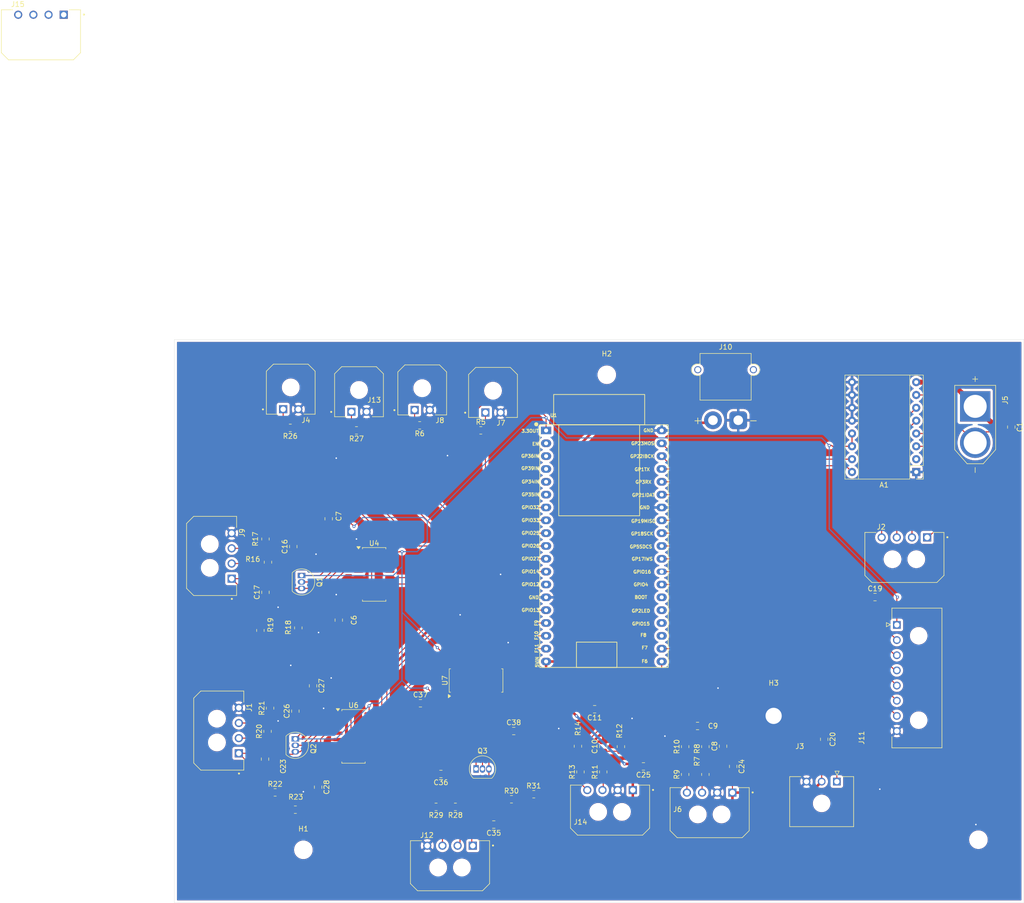
<source format=kicad_pcb>
(kicad_pcb (version 20241229) (generator "pcbnew") (generator_version "9.0")
  (layers (0 "F.Cu" signal) (2 "B.Cu" signal) (13 "F.Paste" user) (15 "B.Paste" user) (5 "F.SilkS" user "F.Silkscreen") (7 "B.SilkS" user "B.Silkscreen") (1 "F.Mask" user) (3 "B.Mask" user) (25 "Edge.Cuts" user))
  (net 0 "")
  (net 1 "+3.3V")
  (net 2 "GND")
  (net 3 "/Dir1")
  (net 4 "Net-(A1-B1)")
  (net 6 "Net-(A1-A2)")
  (net 7 "/Step1")
  (net 8 "+12V")
  (net 9 "Net-(A1-B2)")
  (net 10 "Net-(A1-A1)")
  (net 11 "Net-(U4-VBG)")
  (net 12 "/ENC1A")
  (net 13 "/ENC1B")
  (net 14 "/ENC2A")
  (net 15 "/ENC2B")
  (net 16 "+5P")
  (net 17 "Net-(U4-INA-)")
  (net 18 "Net-(U4-INA+)")
  (net 19 "Net-(Q1-C)")
  (net 20 "Net-(Q2-C)")
  (net 21 "Net-(U6-INA-)")
  (net 22 "Net-(U6-INA+)")
  (net 23 "Net-(U6-VBG)")
  (net 24 "Net-(Q3-C)")
  (net 25 "Net-(U7-INA-)")
  (net 26 "Net-(U7-INA+)")
  (net 27 "Net-(U7-VBG)")
  (net 28 "Net-(J1-Pad2)")
  (net 29 "Net-(J1-Pad3)")
  (net 30 "/Servo1")
  (net 31 "/LS4")
  (net 32 "Net-(J6-Pad4)")
  (net 33 "Net-(J6-Pad3)")
  (net 34 "/LS1")
  (net 35 "/LS2")
  (net 36 "Net-(J9-Pad3)")
  (net 37 "Net-(J9-Pad2)")
  (net 38 "/M1IB")
  (net 39 "/M2IA")
  (net 40 "/M2P")
  (net 41 "/M2IB")
  (net 42 "/M1P")
  (net 43 "/M1IA")
  (net 44 "Net-(J12-Pad2)")
  (net 45 "Net-(J12-Pad3)")
  (net 46 "/LS3")
  (net 47 "Net-(J14-Pad3)")
  (net 48 "Net-(J14-Pad4)")
  (net 49 "Net-(Q1-B)")
  (net 50 "Net-(Q2-B)")
  (net 51 "Net-(Q3-B)")
  (net 52 "Net-(U4-VFB)")
  (net 53 "Net-(U6-VFB)")
  (net 54 "Net-(U7-VFB)")
  (net 55 "/LC3CLK")
  (net 60 "/LC1CLK")
  (net 67 "/LC3DT")
  (net 68 "/LC2CLK")
  (net 69 "/LC2DT")
  (net 70 "/LC1DT")
  (footprint "436500200:MOLEX_436500200" (layer "F.Cu") (at 83.5 75.5 180)
    (property "Reference" "J8")
    (property "Value" "Conn_01x02")
  )
  (footprint "Resistor_SMD:R_0805_2012Metric" (layer "F.Cu") (at 122.8 146.0875 90)
    (property "Reference" "R12")
    (property "Value" "3K3")
  )
  (footprint "Capacitor_SMD:C_0805_2012Metric" (layer "F.Cu") (at 87.2 151.5 180)
    (property "Reference" "C36")
    (property "Value" "0.1uF")
  )
  (footprint "Resistor_SMD:R_0805_2012Metric" (layer "F.Cu") (at 52.5 105 90)
    (property "Reference" "R17")
    (property "Value" "100")
  )
  (footprint "Capacitor_SMD:C_0805_2012Metric" (layer "F.Cu") (at 65 101 -90)
    (property "Reference" "C7")
    (property "Value" "10uF")
  )
  (footprint "Resistor_SMD:R_0805_2012Metric" (layer "F.Cu") (at 53 109.5875 90)
    (property "Reference" "R16")
    (property "Value" "100")
  )
  (footprint "Resistor_SMD:R_0805_2012Metric" (layer "F.Cu") (at 95.0875 83.5)
    (property "Reference" "R5")
    (property "Value" "10k")
  )
  (footprint "Capacitor_SMD:C_0805_2012Metric" (layer "F.Cu") (at 58.4125 139.055 90)
    (property "Reference" "C26")
    (property "Value" "0.1uF")
  )
  (footprint "Resistor_SMD:R_0805_2012Metric" (layer "F.Cu") (at 105.5625 155.5)
    (property "Reference" "R31")
    (property "Value" "470")
  )
  (footprint "Resistor_SMD:R_0805_2012Metric" (layer "F.Cu") (at 101.15 156.5)
    (property "Reference" "R30")
    (property "Value" "220")
  )
  (footprint "MountingHole:MountingHole_3.2mm_M3" (layer "F.Cu") (at 60 166.5)
    (property "Reference" "H1")
    (property "Value" "MountingHole")
  )
  (footprint "Capacitor_SMD:C_0805_2012Metric" (layer "F.Cu") (at 67 121.05 -90)
    (property "Reference" "C6")
    (property "Value" "0.1u")
  )
  (footprint "Package_TO_SOT_THT:TO-92_Inline" (layer "F.Cu") (at 59.64 112.23 -90)
    (property "Reference" "Q1")
    (property "Value" "S8550")
  )
  (footprint "43650-0400:MOLEX_43650-0400" (layer "F.Cu") (at 120.65 158.65)
    (property "Reference" "J14")
    (property "Value" "Conn_01x04")
  )
  (footprint "43650-0400:MOLEX_43650-0400" (layer "F.Cu") (at 41.85 108.35 -90)
    (property "Reference" "J9")
    (property "Value" "Conn_01x04")
  )
  (footprint "43650-0400:MOLEX_43650-0400" (layer "F.Cu") (at 178.86 108.65)
    (property "Reference" "J2")
    (property "Value" "Conn_01x04")
  )
  (footprint "Resistor_SMD:R_0805_2012Metric" (layer "F.Cu") (at 83 82.5 180)
    (property "Reference" "R6")
    (property "Value" "10k")
  )
  (footprint "43650-0400:MOLEX_43650-0400" (layer "F.Cu") (at 43.2625 142.905 -90)
    (property "Reference" "J1")
    (property "Value" "Conn_01x04")
  )
  (footprint "Capacitor_SMD:C_0805_2012Metric" (layer "F.Cu") (at 52.4125 148.555 90)
    (property "Reference" "C23")
    (property "Value" "10uF")
  )
  (footprint "Package_SO:SOP-16_4.4x10.4mm_P1.27mm" (layer "F.Cu") (at 74 112)
    (property "Reference" "U4")
    (property "Value" "HX711")
  )
  (footprint "436500200:MOLEX_436500200" (layer "F.Cu") (at 71 75.85 180)
    (property "Reference" "J13")
    (property "Value" "Conn_01x02")
  )
  (footprint "Z:Z_ESP32_DevKitC_38pin_socket" (layer "F.Cu") (at 108 83.52)
    (property "Reference" "U1")
    (property "Value" "~")
  )
  (footprint "436500200:MOLEX_436500200" (layer "F.Cu") (at 97.5 76 180)
    (property "Reference" "J7")
    (property "Value" "Conn_01x02")
  )
  (footprint "436500800:MOLEX_436500800" (layer "F.Cu") (at 177.36575 122 90)
    (property "Reference" "J11")
    (property "Value" "Conn_01x08")
  )
  (footprint "Resistor_SMD:R_0805_2012Metric" (layer "F.Cu") (at 114.8 151.0875 90)
    (property "Reference" "R13")
    (property "Value" "1K7")
  )
  (footprint "Capacitor_SMD:C_0805_2012Metric" (layer "F.Cu") (at 101.6 143)
    (property "Reference" "C38")
    (property "Value" "0.1u")
  )
  (footprint "Capacitor_SMD:C_0805_2012Metric" (layer "F.Cu") (at 127.25 150 180)
    (property "Reference" "C25")
    (property "Value" "10uF")
  )
  (footprint "Capacitor_SMD:C_0805_2012Metric" (layer "F.Cu") (at 119.3 146.05 90)
    (property "Reference" "C10")
    (property "Value" "10n")
  )
  (footprint "Capacitor_SMD:C_0805_2012Metric" (layer "F.Cu") (at 143 146 90)
    (property "Reference" "C8")
    (property "Value" "10n")
  )
  (footprint "Resistor_SMD:R_0805_2012Metric" (layer "F.Cu") (at 86.2375 158 180)
    (property "Reference" "R29")
    (property "Value" "100")
  )
  (footprint "Resistor_SMD:R_0805_2012Metric" (layer "F.Cu") (at 52.9125 143.055 90)
    (property "Reference" "R20")
    (property "Value" "100")
  )
  (footprint "Resistor_SMD:R_0805_2012Metric" (layer "F.Cu") (at 57.4125 83 180)
    (property "Reference" "R26")
    (property "Value" "10k")
  )
  (footprint "Capacitor_SMD:C_0805_2012Metric" (layer "F.Cu") (at 137.95 142 180)
    (property "Reference" "C9")
    (property "Value" "10n")
  )
  (footprint "Resistor_SMD:R_0805_2012Metric" (layer "F.Cu") (at 70.5 83.5 180)
    (property "Reference" "R27")
    (property "Value" "10k")
  )
  (footprint "Package_TO_SOT_THT:TO-92_Inline" (layer "F.Cu") (at 94.15 150.5)
    (property "Reference" "Q3")
    (property "Value" "S8550")
  )
  (footprint "Resistor_SMD:R_0805_2012Metric" (layer "F.Cu") (at 54.4125 155.1425)
    (property "Reference" "R22")
    (property "Value" "220")
  )
  (footprint "43650-0400:MOLEX_43650-0400" (layer "F.Cu") (at 140.35 159.15)
    (property "Reference" "J6")
    (property "Value" "Conn_01x04")
  )
  (footprint "Capacitor_SMD:C_0805_2012Metric" (layer "F.Cu") (at 163 144.63425 -90)
    (property "Reference" "C20")
    (property "Value" "10uF")
  )
  (footprint "Capacitor_SMD:C_0805_2012Metric" (layer "F.Cu") (at 83.15 137.5)
    (property "Reference" "C37")
    (property "Value" "10uF")
  )
  (footprint "436500300:MOLEX_436500300" (layer "F.Cu") (at 165.5 153)
    (property "Reference" "J3")
    (property "Value" "Conn_01x03")
  )
  (footprint "XT60-M:AMASS_XT60-M" (layer "F.Cu") (at 192.86 82.35 -90)
    (property "Reference" "J5")
    (property "Value" "XT60-M")
  )
  (footprint "Capacitor_SMD:C_0805_2012Metric" (layer "F.Cu") (at 52.5 115.55 90)
    (property "Reference" "C17")
    (property "Value" "10uF")
  )
  (footprint "Resistor_SMD:R_0805_2012Metric" (layer "F.Cu") (at 90.0625 158 180)
    (property "Reference" "R28")
    (property "Value" "100")
  )
  (footprint "Package_SO:SOP-16_4.4x10.4mm_P1.27mm" (layer "F.Cu") (at 94.15 133 90)
    (property "Reference" "U7")
    (property "Value" "HX711")
  )
  (footprint "Module:Pololu_Breakout-16_15.2x20.3mm" (layer "F.Cu") (at 181.2 91.74 180)
    (property "Reference" "A1")
    (property "Value" "Pololu_Breakout_DRV8825")
  )
  (footprint "Package_TO_SOT_THT:TO-92_Inline" (layer "F.Cu") (at 58.4125 144.555 -90)
    (property "Reference" "Q2")
    (property "Value" "S8550")
  )
  (footprint "Connector_AMASS:AMASS_XT30PW-M_1x02_P2.50mm_Horizontal" (layer "F.Cu") (at 146 81.5)
    (property "Reference" "J10")
    (property "Value" "Conn_01x02")
  )
  (footprint "Capacitor_SMD:C_0805_2012Metric" (layer "F.Cu") (at 200 82.85 -90)
    (property "Reference" "C1")
    (property "Value" "100uF")
  )
  (footprint "Package_SO:SOP-16_4.4x10.4mm_P1.27mm" (layer "F.Cu") (at 69.9125 144.055)
    (property "Reference" "U6")
    (property "Value" "HX711")
  )
  (footprint "Resistor_SMD:R_0805_2012Metric" (layer "F.Cu") (at 58.4125 158.555)
    (property "Reference" "R23")
    (property "Value" "470")
  )
  (footprint "Resistor_SMD:R_0805_2012Metric" (layer "F.Cu") (at 53.4125 138.4675 90)
    (property "Reference" "R21")
    (property "Value" "100")
  )
  (footprint "Resistor_SMD:R_0805_2012Metric" (layer "F.Cu") (at 51.5 123.0875 -90)
    (property "Reference" "R19")
    (property "Value" "220")
  )
  (footprint "Resistor_SMD:R_0805_2012Metric" (layer "F.Cu") (at 139.5 151.5875 90)
    (property "Reference" "R7")
    (property "Value" "1K7")
  )
  (footprint "436500200:MOLEX_436500200" (layer "F.Cu") (at 57.5 75.35 180)
    (property "Reference" "J4")
    (property "Value" "Conn_01x02")
  )
  (footprint "Resistor_SMD:R_0805_2012Metric" (layer "F.Cu") (at 114.3 146 90)
    (property "Reference" "R14")
    (property "Value" "3K3")
  )
  (footprint "Capacitor_SMD:C_0805_2012Metric" (layer "F.Cu") (at 145 150 -90)
    (property "Reference" "C24")
    (property "Value" "10uF")
  )
  (footprint "Capacitor_SMD:C_0805_2012Metric" (layer "F.Cu") (at 117.6 138.68 180)
    (property "Reference" "C11")
    (property "Value" "10n")
  )
  (footprint "Capacitor_SMD:C_0805_2012Metric" (layer "F.Cu") (at 61.9125 134.055 -90)
    (property "Reference" "C27")
    (property "Value" "10uF")
  )
  (footprint "43650-0400:MOLEX_43650-0400" (layer "F.Cu") (at 89 169.65)
    (property "Reference" "J12")
    (property "Value" "Conn_01x04")
  )
  (footprint "Capacitor_SMD:C_0805_2012Metric" (layer "F.Cu") (at 173.05 116.5)
    (property "Reference" "C19")
    (property "Value" "10uF")
  )
  (footprint "Resistor_SMD:R_0805_2012Metric" (layer "F.Cu") (at 135.5 146.0875 90)
    (property "Reference" "R10")
    (property "Value" "3K3")
  )
  (footprint "MountingHole:MountingHole_3.2mm_M3" (layer "F.Cu") (at 153 140)
    (property "Reference" "H3")
    (property "Value" "MountingHole")
  )
  (footprint "MountingHole:MountingHole_3.2mm_M3" (layer "F.Cu") (at 120 72.5)
    (property "Reference" "H2")
    (property "Value" "MountingHole")
  )
  (footprint "Resistor_SMD:R_0805_2012Metric" (layer "F.Cu") (at 59 122.5875 90)
    (property "Reference" "R18")
    (property "Value" "470")
  )
  (footprint "Resistor_SMD:R_0805_2012Metric" (layer "F.Cu") (at 119.3 151.0875 90)
    (property "Reference" "R11")
    (property "Value" "1K7")
  )
  (footprint "Capacitor_SMD:C_0805_2012Metric" (layer "F.Cu") (at 62.9125 154.105 -90)
    (property "Reference" "C28")
    (property "Value" "0.1u")
  )
  (footprint "Capacitor_SMD:C_0805_2012Metric" (layer "F.Cu") (at 97.65 161.5 180)
    (property "Reference" "C35")
    (property "Value" "10uF")
  )
  (footprint "Resistor_SMD:R_0805_2012Metric" (layer "F.Cu") (at 139.5 146.0875 90)
    (property "Reference" "R8")
    (property "Value" "3K3")
  )
  (footprint "43650-0400:MOLEX_43650-0400" (layer "F.Cu") (at 8.1 5.225)
    (property "Reference" "J15")
    (property "Value" "Conn_01x04")
  )
  (footprint "Resistor_SMD:R_0805_2012Metric" (layer "F.Cu") (at 135.5 151.5875 90)
    (property "Reference" "R9")
    (property "Value" "1K7")
  )
  (footprint "Capacitor_SMD:C_0805_2012Metric" (layer "F.Cu") (at 58 106.5 90)
    (property "Reference" "C16")
    (property "Value" "0.1uF")
  )
  (gr_line (start 89.5 129.5) (end 86.5 126.5) (stroke (width 0.2)) (layer "F.Cu") (net 1))
  (gr_line (start 73 138) (end 73 139.5) (stroke (width 0.2)) (layer "F.Cu") (net 1))
  (gr_rect (start 34.5 65.5) (end 202.5 177) (stroke (width 0.05)) (fill no) (layer "Edge.Cuts"))
  (segment (start 86.8 78.8) (end 86.8 81.6) (width 0.2) (layer "F.Cu") (net 1))
  (segment (start 177.36575 120) (end 177.36575 119.86575) (width 0.2) (layer "F.Cu") (net 1))
  (segment (start 58.325 83) (end 61.8 83) (width 0.2) (layer "F.Cu") (net 1))
  (segment (start 94.15 150.5) (end 94.15 147) (width 0.2) (layer "F.Cu") (net 1))
  (segment (start 69.45 101.95) (end 70 102.5) (width 0.2) (layer "F.Cu") (net 1))
  (segment (start 66.9125 136.555) (end 66.9125 139.5225) (width 0.2) (layer "F.Cu") (net 1))
  (segment (start 84.1 137.5) (end 85.5125 136.0875) (width 0.2) (layer "F.Cu") (net 1))
  (segment (start 59.64 112.23) (end 63.27 112.23) (width 0.2) (layer "F.Cu") (net 1))
  (segment (start 78.6 77.2) (end 85.2 77.2) (width 0.2) (layer "F.Cu") (net 1))
  (segment (start 68.5 107.555) (end 70.9125 107.555) (width 0.2) (layer "F.Cu") (net 1))
  (segment (start 61.8 83) (end 66.8 78) (width 0.2) (layer "F.Cu") (net 1))
  (segment (start 177.36575 116.63425) (end 177.5 116.5) (width 0.2) (layer "F.Cu") (net 1))
  (segment (start 108 80.8) (end 108 81) (width 0.2) (layer "F.Cu") (net 1))
  (segment (start 62.4125 140.555) (end 62.4125 135.505) (width 0.2) (layer "F.Cu") (net 1))
  (segment (start 58.4125 144.555) (end 62.4125 140.555) (width 0.2) (layer "F.Cu") (net 1))
  (segment (start 95.563 78.2) (end 105.4 78.2) (width 0.2) (layer "F.Cu") (net 1))
  (segment (start 164 86.5) (end 164.5 86.5) (width 0.2) (layer "F.Cu") (net 1))
  (segment (start 85.2 77.2) (end 86.8 78.8) (width 0.2) (layer "F.Cu") (net 1))
  (segment (start 66.9125 139.5225) (end 66.825 139.61) (width 0.2) (layer "F.Cu") (net 1))
  (segment (start 78.945 107.555) (end 77.0875 107.555) (width 0.2) (layer "F.Cu") (net 1))
  (segment (start 177.36575 119.86575) (end 174 116.5) (width 0.2) (layer "F.Cu") (net 1))
  (segment (start 94.175 83.5) (end 94.175 79.588) (width 0.2) (layer "F.Cu") (net 1))
  (segment (start 94.175 79.588) (end 95.563 78.2) (width 0.2) (layer "F.Cu") (net 1))
  (segment (start 65.3625 135.005) (end 66.9125 136.555) (width 0.2) (layer "F.Cu") (net 1))
  (segment (start 63.27 112.23) (end 67.945 107.555) (width 0.2) (layer "F.Cu") (net 1))
  (segment (start 85.9 82.5) (end 83.9125 82.5) (width 0.2) (layer "F.Cu") (net 1))
  (segment (start 76.6 79.2) (end 76.6 82.4) (width 0.2) (layer "F.Cu") (net 1))
  (segment (start 86 136) (end 86 136.0875) (width 0.2) (layer "F.Cu") (net 1))
  (segment (start 94.15 147) (end 89.65 142.5) (width 0.2) (layer "F.Cu") (net 1))
  (segment (start 87.1 83.5) (end 94.175 83.5) (width 0.2) (layer "F.Cu") (net 1))
  (segment (start 164.66 86.66) (end 168.5 86.66) (width 0.2) (layer "F.Cu") (net 1))
  (segment (start 62.4125 135.505) (end 61.9125 135.005) (width 0.2) (layer "F.Cu") (net 1))
  (segment (start 85.5125 136.0875) (end 86 136.0875) (width 0.2) (layer "F.Cu") (net 1))
  (segment (start 164.5 86.5) (end 164.66 86.66) (width 0.2) (layer "F.Cu") (net 1))
  (segment (start 65 101.95) (end 69.45 101.95) (width 0.2) (layer "F.Cu") (net 1))
  (segment (start 68 104.95) (end 68 107.055) (width 0.2) (layer "F.Cu") (net 1))
  (segment (start 76.6 79.2) (end 78.6 77.2) (width 0.2) (layer "F.Cu") (net 1))
  (segment (start 76.6 82.4) (end 75.5 83.5) (width 0.2) (layer "F.Cu") (net 1))
  (segment (start 68 107.055) (end 68.5 107.555) (width 0.2) (layer "F.Cu") (net 1))
  (segment (start 75.4 78) (end 76.6 79.2) (width 0.2) (layer "F.Cu") (net 1))
  (segment (start 67.945 107.555) (end 68.5 107.555) (width 0.2) (layer "F.Cu") (net 1))
  (segment (start 75.5 83.5) (end 71.4125 83.5) (width 0.2) (layer "F.Cu") (net 1))
  (segment (start 79.5 107.5) (end 79 107.5) (width 0.2) (layer "F.Cu") (net 1))
  (segment (start 105.4 78.2) (end 108 80.8) (width 0.2) (layer "F.Cu") (net 1))
  (segment (start 177.36575 122) (end 177.36575 120) (width 0.2) (layer "F.Cu") (net 1))
  (segment (start 86 136.0875) (end 89.705 136.0875) (width 0.2) (layer "F.Cu") (net 1))
  (segment (start 89.705 142.445) (end 89.705 136.0875) (width 0.2) (layer "F.Cu") (net 1))
  (segment (start 89.65 142.5) (end 89.705 142.445) (width 0.2) (layer "F.Cu") (net 1))
  (segment (start 79 107.5) (end 78.945 107.555) (width 0.2) (layer "F.Cu") (net 1))
  (segment (start 65 101.95) (end 68 104.95) (width 0.2) (layer "F.Cu") (net 1))
  (segment (start 84.5 134.5) (end 86 136) (width 0.2) (layer "F.Cu") (net 1))
  (segment (start 177.36575 120) (end 177.36575 116.63425) (width 0.2) (layer "F.Cu") (net 1))
  (segment (start 66.8 78) (end 75.4 78) (width 0.2) (layer "F.Cu") (net 1))
  (segment (start 86.1 82.5) (end 87.1 83.5) (width 0.2) (layer "F.Cu") (net 1))
  (segment (start 86.8 81.6) (end 85.9 82.5) (width 0.2) (layer "F.Cu") (net 1))
  (segment (start 61.9125 135.005) (end 65.3625 135.005) (width 0.2) (layer "F.Cu") (net 1))
  (segment (start 85.9 82.5) (end 86.1 82.5) (width 0.2) (layer "F.Cu") (net 1))
  (segment (start 168.5 84.12) (end 168.5 86.66) (width 0.2) (layer "F.Cu") (net 1))
  (segment (start 108 81) (end 108 83.52) (width 0.2) (layer "F.Cu") (net 1))
  (via (at 73 138) (size 0.6) (drill 0.3) (layers "F.Cu" "B.Cu") (net 1))
  (via (at 86.5 126.5) (size 0.6) (drill 0.3) (layers "F.Cu" "B.Cu") (net 1))
  (via (at 177.5 116.5) (size 0.6) (drill 0.3) (layers "F.Cu" "B.Cu") (net 1))
  (via (at 79.5 107.5) (size 0.6) (drill 0.3) (layers "F.Cu" "B.Cu") (net 1))
  (via (at 84.5 134.5) (size 0.6) (drill 0.3) (layers "F.Cu" "B.Cu") (net 1))
  (via (at 108 81) (size 0.6) (drill 0.3) (layers "F.Cu" "B.Cu") (net 1))
  (via (at 70 102.5) (size 0.6) (drill 0.3) (layers "F.Cu" "B.Cu") (net 1))
  (via (at 164 86.5) (size 0.6) (drill 0.3) (layers "F.Cu" "B.Cu") (net 1))
  (segment (start 108 81) (end 112 85) (width 0.2) (layer "B.Cu") (net 1))
  (segment (start 79.5 119.5) (end 79.5 110.5) (width 0.2) (layer "B.Cu") (net 1))
  (segment (start 58.4125 144.555) (end 66.445 144.555) (width 0.2) (layer "B.Cu") (net 1))
  (segment (start 86.5 126.5) (end 79.5 119.5) (width 0.2) (layer "B.Cu") (net 1))
  (segment (start 79.5 107.5) (end 82.5 107.5) (width 0.2) (layer "B.Cu") (net 1))
  (segment (start 71.75 100.75) (end 70 102.5) (width 0.2) (layer "B.Cu") (net 1))
  (segment (start 105 81) (end 108 81) (width 0.2) (layer "B.Cu") (net 1))
  (segment (start 84.5 134.5) (end 81 134.5) (width 0.2) (layer "B.Cu") (net 1))
  (segment (start 66.445 144.555) (end 73 138) (width 0.2) (layer "B.Cu") (net 1))
  (segment (start 75 137.5) (end 79.5 133) (width 0.2) (layer "B.Cu") (net 1))
  (segment (start 164 86.5) (end 164 103) (width 0.2) (layer "B.Cu") (net 1))
  (segment (start 83.75 100.75) (end 71.75 100.75) (width 0.2) (layer "B.Cu") (net 1))
  (segment (start 59.64 112.23) (end 77.77 112.23) (width 0.2) (layer "B.Cu") (net 1))
  (segment (start 81 134.5) (end 79.5 133) (width 0.2) (layer "B.Cu") (net 1))
  (segment (start 73.5 137.5) (end 75 137.5) (width 0.2) (layer "B.Cu") (net 1))
  (segment (start 82.5 107.5) (end 84.5 105.5) (width 0.2) (layer "B.Cu") (net 1))
  (segment (start 84.5 101.5) (end 105 81) (width 0.2) (layer "B.Cu") (net 1))
  (segment (start 84.5 101.5) (end 83.75 100.75) (width 0.2) (layer "B.Cu") (net 1))
  (segment (start 79.5 133) (end 79.5 119.5) (width 0.2) (layer "B.Cu") (net 1))
  (segment (start 79.5 110.5) (end 79.5 107.5) (width 0.2) (layer "B.Cu") (net 1))
  (segment (start 84.5 105.5) (end 84.5 101.5) (width 0.2) (layer "B.Cu") (net 1))
  (segment (start 112 85) (end 162.5 85) (width 0.2) (layer "B.Cu") (net 1))
  (segment (start 164 103) (end 177.5 116.5) (width 0.2) (layer "B.Cu") (net 1))
  (segment (start 162.5 85) (end 164 86.5) (width 0.2) (layer "B.Cu") (net 1))
  (segment (start 73 138) (end 73.5 137.5) (width 0.2) (layer "B.Cu") (net 1))
  (segment (start 77.77 112.23) (end 79.5 110.5) (width 0.2) (layer "B.Cu") (net 1))
  (segment (start 183.41 76.5) (end 181.2 76.5) (width 0.2) (layer "F.Cu") (net 2))
  (segment (start 195.01 83.8) (end 192.86 85.95) (width 0.2) (layer "F.Cu") (net 2))
  (segment (start 192.86 85.95) (end 183.41 76.5) (width 0.2) (layer "F.Cu") (net 2))
  (segment (start 200 83.8) (end 195.01 83.8) (width 0.2) (layer "F.Cu") (net 2))
  (via (at 57.5 130) (size 0.6) (drill 0.3) (layers "F.Cu" "B.Cu") (net 2))
  (via (at 56 150.5) (size 0.6) (drill 0.3) (layers "F.Cu" "B.Cu") (net 2))
  (via (at 70.5 105) (size 0.6) (drill 0.3) (layers "F.Cu" "B.Cu") (net 2))
  (via (at 174 154.5) (size 0.6) (drill 0.3) (layers "F.Cu" "B.Cu") (net 2))
  (via (at 131.5 144) (size 0.6) (drill 0.3) (layers "F.Cu" "B.Cu") (net 2))
  (via (at 193 161.5) (size 0.6) (drill 0.3) (layers "F.Cu" "B.Cu") (net 2))
  (via (at 100.5 125.5) (size 0.6) (drill 0.3) (layers "F.Cu" "B.Cu") (net 2))
  (via (at 91 120) (size 0.6) (drill 0.3) (layers "F.Cu" "B.Cu") (net 2))
  (via (at 55 141) (size 0.6) (drill 0.3) (layers "F.Cu" "B.Cu") (net 2))
  (via (at 142 134.5) (size 0.6) (drill 0.3) (layers "F.Cu" "B.Cu") (net 2))
  (via (at 66.5 116) (size 0.6) (drill 0.3) (layers "F.Cu" "B.Cu") (net 2))
  (via (at 64 138.5) (size 0.6) (drill 0.3) (layers "F.Cu" "B.Cu") (net 2))
  (via (at 99 112) (size 0.6) (drill 0.3) (layers "F.Cu" "B.Cu") (net 2))
  (via (at 125 140.5) (size 0.6) (drill 0.3) (layers "F.Cu" "B.Cu") (net 2))
  (via (at 110.5 142.5) (size 0.6) (drill 0.3) (layers "F.Cu" "B.Cu") (net 2))
  (via (at 88.5 88.5) (size 0.6) (drill 0.3) (layers "F.Cu" "B.Cu") (net 2))
  (via (at 65.5 132.5) (size 0.6) (drill 0.3) (layers "F.Cu" "B.Cu") (net 2))
  (via (at 55 118.5) (size 0.6) (drill 0.3) (layers "F.Cu" "B.Cu") (net 2))
  (via (at 62.5 108) (size 0.6) (drill 0.3) (layers "F.Cu" "B.Cu") (net 2))
  (via (at 60 155) (size 0.6) (drill 0.3) (layers "F.Cu" "B.Cu") (net 2))
  (via (at 66.5 89) (size 0.6) (drill 0.3) (layers "F.Cu" "B.Cu") (net 2))
  (via (at 63 123.5) (size 0.6) (drill 0.3) (layers "F.Cu" "B.Cu") (net 2))
  (segment (start 132.76 90.5) (end 130.86 88.6) (width 0.2) (layer "F.Cu") (net 3))
  (segment (start 168.5 91.74) (end 167.26 90.5) (width 0.2) (layer "F.Cu") (net 3))
  (segment (start 167.26 90.5) (end 132.76 90.5) (width 0.2) (layer "F.Cu") (net 3))
  (segment (start 177.36 104.88) (end 177.36 85.42) (width 0.2) (layer "F.Cu") (net 4))
  (segment (start 177.36 85.42) (end 181.2 81.58) (width 0.2) (layer "F.Cu") (net 4))
  (segment (start 184.36 87.85) (end 184.36 97.35) (width 0.2) (layer "F.Cu") (net 6))
  (segment (start 180.36 101.35) (end 180.36 104.88) (width 0.2) (layer "F.Cu") (net 6))
  (segment (start 181.2 86.66) (end 183.17 86.66) (width 0.2) (layer "F.Cu") (net 6))
  (segment (start 183.17 86.66) (end 184.36 87.85) (width 0.2) (layer "F.Cu") (net 6))
  (segment (start 184.36 97.35) (end 180.36 101.35) (width 0.2) (layer "F.Cu") (net 6))
  (segment (start 134 89.2) (end 130.86 86.06) (width 0.2) (layer "F.Cu") (net 7))
  (segment (start 168.5 89.2) (end 134 89.2) (width 0.2) (layer "F.Cu") (net 7))
  (segment (start 183.36 73.85) (end 184.86 75.35) (width 1) (layer "F.Cu") (net 8))
  (segment (start 200 81.9) (end 196.01 81.9) (width 1) (layer "F.Cu") (net 8))
  (segment (start 183.25 73.96) (end 183.36 73.85) (width 0.2) (layer "F.Cu") (net 8))
  (segment (start 184.86 75.35) (end 189.46 75.35) (width 1) (layer "F.Cu") (net 8))
  (segment (start 181.2 73.96) (end 183.25 73.96) (width 1) (layer "F.Cu") (net 8))
  (segment (start 196.01 81.9) (end 192.86 78.75) (width 1) (layer "F.Cu") (net 8))
  (segment (start 189.46 75.35) (end 192.57645 78.46645) (width 1) (layer "F.Cu") (net 8))
  (segment (start 174.36 85.88) (end 181.2 79.04) (width 0.2) (layer "F.Cu") (net 9))
  (segment (start 174.36 104.88) (end 174.36 85.88) (width 0.2) (layer "F.Cu") (net 9))
  (segment (start 183.36 104.88) (end 185.86 102.38) (width 0.2) (layer "F.Cu") (net 10))
  (segment (start 183.63 84.12) (end 181.2 84.12) (width 0.2) (layer "F.Cu") (net 10))
  (segment (start 185.86 86.35) (end 183.63 84.12) (width 0.2) (layer "F.Cu") (net 10))
  (segment (start 185.86 102.38) (end 185.86 86.35) (width 0.2) (layer "F.Cu") (net 10))
  (segment (start 68.595 113.905) (end 70.9125 113.905) (width 0.2) (layer "F.Cu") (net 11))
  (segment (start 68 114.5) (end 68.595 113.905) (width 0.2) (layer "F.Cu") (net 11))
  (segment (start 68 119.1) (end 68 114.5) (width 0.2) (layer "F.Cu") (net 11))
  (segment (start 67 120.1) (end 68 119.1) (width 0.2) (layer "F.Cu") (net 11))
  (segment (start 139.5 147) (end 142.5 147) (width 0.2) (layer "F.Cu") (net 12))
  (segment (start 139.5 150.675) (end 139.5 147) (width 0.2) (layer "F.Cu") (net 12))
  (segment (start 145.5 146) (end 145.5 121.5) (width 0.2) (layer "F.Cu") (net 12))
  (segment (start 142.5 147) (end 143 146.5) (width 0.2) (layer "F.Cu") (net 12))
  (segment (start 135.46 111.46) (end 130.86 111.46) (width 0.2) (layer "F.Cu") (net 12))
  (segment (start 144.55 146.95) (end 145.5 146) (width 0.2) (layer "F.Cu") (net 12))
  (segment (start 143 146.95) (end 144.55 146.95) (width 0.2) (layer "F.Cu") (net 12))
  (segment (start 145.5 121.5) (end 135.46 111.46) (width 0.2) (layer "F.Cu") (net 12))
  (segment (start 135.5 150.675) (end 135.5 147) (width 0.2) (layer "F.Cu") (net 13))
  (segment (start 137.5 143.95) (end 139 142.45) (width 0.2) (layer "F.Cu") (net 13))
  (segment (start 137.5 145) (end 137.5 143.95) (width 0.2) (layer "F.Cu") (net 13))
  (segment (start 135.5 147) (end 137.5 145) (width 0.2) (layer "F.Cu") (net 13))
  (segment (start 138.9 142) (end 138.9 118.9) (width 0.2) (layer "F.Cu") (net 13))
  (segment (start 134 114) (end 130.86 114) (width 0.2) (layer "F.Cu") (net 13))
  (segment (start 138.9 118.9) (end 134 114) (width 0.2) (layer "F.Cu") (net 13))
  (segment (start 132.7 126.7) (end 130.86 126.7) (width 0.2) (layer "F.Cu") (net 14))
  (segment (start 133.5 127.5) (end 132.7 126.7) (width 0.2) (layer "F.Cu") (net 14))
  (segment (start 119.3 147) (end 122.8 147) (width 0.2) (layer "F.Cu") (net 14))
  (segment (start 119.3 150.175) (end 119.3 147) (width 0.2) (layer "F.Cu") (net 14))
  (segment (start 124.5 147) (end 133.5 138) (width 0.2) (layer "F.Cu") (net 14))
  (segment (start 133.5 138) (end 133.5 127.5) (width 0.2) (layer "F.Cu") (net 14))
  (segment (start 122.8 147) (end 124.5 147) (width 0.2) (layer "F.Cu") (net 14))
  (segment (start 130.86 129.24) (end 130.86 134.14) (width 0.2) (layer "F.Cu") (net 15))
  (segment (start 118.73 138.5) (end 118.55 138.68) (width 0.2) (layer "F.Cu") (net 15))
  (segment (start 114.3 146.9125) (end 118.8 142.4125) (width 0.2) (layer "F.Cu") (net 15))
  (segment (start 118.8 142.4125) (end 118.8 138.95) (width 0.2) (layer "F.Cu") (net 15))
  (segment (start 126.5 138.5) (end 118.73 138.5) (width 0.2) (layer "F.Cu") (net 15))
  (segment (start 130.86 134.14) (end 126.5 138.5) (width 0.2) (layer "F.Cu") (net 15))
  (segment (start 114.8 150.175) (end 114.8 147.4125) (width 0.2) (layer "F.Cu") (net 15))
  (segment (start 114.8 147.4125) (end 114.3 146.9125) (width 0.2) (layer "F.Cu") (net 15))
  (segment (start 125.15 151.15) (end 126.3 150) (width 0.5) (layer "F.Cu") (net 16))
  (segment (start 144.85 164.15) (end 144.85 155.18) (width 0.5) (layer "F.Cu") (net 16))
  (segment (start 111.26 129.24) (end 108 129.24) (width 0.5) (layer "F.Cu") (net 16))
  (segment (start 125.15 154.68) (end 125.15 158.15) (width 0.5) (layer "F.Cu") (net 16))
  (segment (start 140.5 82) (end 119 82) (width 0.5) (layer "F.Cu") (net 16))
  (segment (start 132.5 165.5) (end 143.5 165.5) (width 0.5) (layer "F.Cu") (net 16))
  (segment (start 144.85 155.18) (end 160.32 155.18) (width 0.5) (layer "F.Cu") (net 16))
  (segment (start 144.85 151.15) (end 145 151) (width 0.2) (layer "F.Cu") (net 16))
  (segment (start 162.5 153) (end 162.5 146.08425) (width 0.2) (layer "F.Cu") (net 16))
  (segment (start 108 129.24) (end 108 134) (width 0.5) (layer "F.Cu") (net 16))
  (segment (start 125.15 158.15) (end 132.5 165.5) (width 0.5) (layer "F.Cu") (net 16))
  (segment (start 144.85 155.18) (end 144.85 151.15) (width 0.2) (layer "F.Cu") (net 16))
  (segment (start 119 82) (end 113.5 87.5) (width 0.5) (layer "F.Cu") (net 16))
  (segment (start 108 134) (end 114 140) (width 0.5) (layer "F.Cu") (net 16))
  (segment (start 162.5 146.08425) (end 163 145.58425) (width 0.2) (layer "F.Cu") (net 16))
  (segment (start 125.15 154.68) (end 125.15 151.15) (width 0.5) (layer "F.Cu") (net 16))
  (segment (start 143.5 165.5) (end 144.85 164.15) (width 0.5) (layer "F.Cu") (net 16))
  (segment (start 160.32 155.18) (end 162.5 153) (width 0.5) (layer "F.Cu") (net 16))
  (segment (start 123.5 149.5) (end 125.8 149.5) (width 0.5) (layer "F.Cu") (net 16))
  (segment (start 113.5 127) (end 111.26 129.24) (width 0.5) (layer "F.Cu") (net 16))
  (segment (start 125.8 149.5) (end 126.3 150) (width 0.2) (layer "F.Cu") (net 16))
  (segment (start 141 81.5) (end 140.5 82) (width 0.5) (layer "F.Cu") (net 16))
  (segment (start 113.5 87.5) (end 113.5 127) (width 0.5) (layer "F.Cu") (net 16))
  (via (at 114 140) (size 0.6) (drill 0.3) (layers "F.Cu" "B.Cu") (net 16))
  (via (at 123.5 149.5) (size 0.6) (drill 0.3) (layers "F.Cu" "B.Cu") (net 16))
  (segment (start 114 140) (end 123.5 149.5) (width 0.5) (layer "B.Cu") (net 16))
  (segment (start 69.5 115.5) (end 70.5875 115.5) (width 0.2) (layer "F.Cu") (net 17))
  (segment (start 39 117) (end 48 126) (width 0.2) (layer "F.Cu") (net 17))
  (segment (start 56 99.5) (end 41.5 99.5) (width 0.2) (layer "F.Cu") (net 17))
  (segment (start 66 126) (end 69 123) (width 0.2) (layer "F.Cu") (net 17))
  (segment (start 70.5875 115.5) (end 70.9125 115.175) (width 0.2) (layer "F.Cu") (net 17))
  (segment (start 41.5 99.5) (end 39 102) (width 0.2) (layer "F.Cu") (net 17))
  (segment (start 69 116) (end 69.5 115.5) (width 0.2) (layer "F.Cu") (net 17))
  (segment (start 58 101.5) (end 56 99.5) (width 0.2) (layer "F.Cu") (net 17))
  (segment (start 69 123) (end 69 116) (width 0.2) (layer "F.Cu") (net 17))
  (segment (start 56.5375 104.0875) (end 58 105.55) (width 0.2) (layer "F.Cu") (net 17))
  (segment (start 39 102) (end 39 117) (width 0.2) (layer "F.Cu") (net 17))
  (segment (start 48 126) (end 66 126) (width 0.2) (layer "F.Cu") (net 17))
  (segment (start 52.5 104.0875) (end 56.5375 104.0875) (width 0.2) (layer "F.Cu") (net 17))
  (segment (start 58 105.55) (end 58 101.5) (width 0.2) (layer "F.Cu") (net 17))
  (segment (start 58 107.45) (end 61.5 103.95) (width 0.2) (layer "F.Cu") (net 18))
  (segment (start 69.5 98) (end 73.5 102) (width 0.2) (layer "F.Cu") (net 18))
  (segment (start 63 98) (end 69.5 98) (width 0.2) (layer "F.Cu") (net 18))
  (segment (start 61.5 103.95) (end 61.5 99.5) (width 0.2) (layer "F.Cu") (net 18))
  (segment (start 71.824999 116.445) (end 70.9125 116.445) (width 0.2) (layer "F.Cu") (net 18))
  (segment (start 56.775 108.675) (end 58 107.45) (width 0.2) (layer "F.Cu") (net 18))
  (segment (start 61.5 99.5) (end 63 98) (width 0.2) (layer "F.Cu") (net 18))
  (segment (start 73.5 114.769999) (end 71.824999 116.445) (width 0.2) (layer "F.Cu") (net 18))
  (segment (start 53 108.675) (end 56.775 108.675) (width 0.2) (layer "F.Cu") (net 18))
  (segment (start 73.5 102) (end 73.5 114.769999) (width 0.2) (layer "F.Cu") (net 18))
  (segment (start 50.75 112.85) (end 52.5 114.6) (width 0.2) (layer "F.Cu") (net 19))
  (segment (start 53.57 114.77) (end 59.64 114.77) (width 0.2) (layer "F.Cu") (net 19))
  (segment (start 63.23 114.77) (end 67.905 110.095) (width 0.2) (layer "F.Cu") (net 19))
  (segment (start 53.4 114.6) (end 53.57 114.77) (width 0.2) (layer "F.Cu") (net 19))
  (segment (start 59.64 114.77) (end 63.23 114.77) (width 0.2) (layer "F.Cu") (net 19))
  (segment (start 67.905 110.095) (end 70.9125 110.095) (width 0.2) (layer "F.Cu") (net 19))
  (segment (start 45.82 112.85) (end 50.75 112.85) (width 0.2) (layer "F.Cu") (net 19))
  (segment (start 51.5 122.175) (end 51.5 118.53) (width 0.2) (layer "F.Cu") (net 19))
  (segment (start 52.5 114.6) (end 53.4 114.6) (width 0.2) (layer "F.Cu") (net 19))
  (segment (start 51.5 118.53) (end 45.82 112.85) (width 0.2) (layer "F.Cu") (net 19))
  (segment (start 53.5 155.1425) (end 53.5 153.6725) (width 0.2) (layer "F.Cu") (net 20))
  (segment (start 63.9125 142.555) (end 65.1025 142.555) (width 0.2) (layer "F.Cu") (net 20))
  (segment (start 52.2125 147.405) (end 52.4125 147.605) (width 0.2) (layer "F.Cu") (net 20))
  (segment (start 59.3725 147.095) (end 63.9125 142.555) (width 0.2) (layer "F.Cu") (net 20))
  (segment (start 57.9025 147.605) (end 52.4125 147.605) (width 0.2) (layer "F.Cu") (net 20))
  (segment (start 65.1025 142.555) (end 65.5075 142.15) (width 0.2) (layer "F.Cu") (net 20))
  (segment (start 58.4125 147.095) (end 57.9025 147.605) (width 0.2) (layer "F.Cu") (net 20))
  (segment (start 53.5 153.6725) (end 47.2325 147.405) (width 0.2) (layer "F.Cu") (net 20))
  (segment (start 58.4125 147.095) (end 59.3725 147.095) (width 0.2) (layer "F.Cu") (net 20))
  (segment (start 65.5075 142.15) (end 66.825 142.15) (width 0.2) (layer "F.Cu") (net 20))
  (segment (start 47.2325 147.405) (end 52.2125 147.405) (width 0.2) (layer "F.Cu") (net 20))
  (segment (start 41 138) (end 41 156) (width 0.2) (layer "F.Cu") (net 21))
  (segment (start 53.4125 137.555) (end 57.8625 137.555) (width 0.2) (layer "F.Cu") (net 21))
  (segment (start 64.5 148) (end 65.27 147.23) (width 0.2) (layer "F.Cu") (net 21))
  (segment (start 67 156) (end 67 152.5) (width 0.2) (layer "F.Cu") (net 21))
  (segment (start 58.4125 138.105) (end 58.4125 135.9125) (width 0.2) (layer "F.Cu") (net 21))
  (segment (start 57.8625 137.555) (end 58.4125 138.105) (width 0.2) (layer "F.Cu") (net 21))
  (segment (start 65.27 147.23) (end 66.825 147.23) (width 0.2) (layer "F.Cu") (net 21))
  (segment (start 41 156) (end 46 161) (width 0.2) (layer "F.Cu") (net 21))
  (segment (start 43.5 135.5) (end 41 138) (width 0.2) (layer "F.Cu") (net 21))
  (segment (start 58 135.5) (end 43.5 135.5) (width 0.2) (layer "F.Cu") (net 21))
  (segment (start 64.5 150) (end 64.5 148) (width 0.2) (layer "F.Cu") (net 21))
  (segment (start 58.4125 135.9125) (end 58 135.5) (width 0.2) (layer "F.Cu") (net 21))
  (segment (start 62 161) (end 67 156) (width 0.2) (layer "F.Cu") (net 21))
  (segment (start 67 152.5) (end 64.5 150) (width 0.2) (layer "F.Cu") (net 21))
  (segment (start 46 161) (end 62 161) (width 0.2) (layer "F.Cu") (net 21))
  (segment (start 67.737499 148.5) (end 66.825 148.5) (width 0.2) (layer "F.Cu") (net 22))
  (segment (start 59.9625 140.005) (end 60.9125 139.055) (width 0.2) (layer "F.Cu") (net 22))
  (segment (start 67.3454 130.555) (end 69.4125 132.6221) (width 0.2) (layer "F.Cu") (net 22))
  (segment (start 60.9125 137.055) (end 59.9125 136.055) (width 0.2) (layer "F.Cu") (net 22))
  (segment (start 69.4125 132.6221) (end 69.4125 146.824999) (width 0.2) (layer "F.Cu") (net 22))
  (segment (start 60.9125 139.055) (end 60.9125 137.055) (width 0.2) (layer "F.Cu") (net 22))
  (segment (start 69.4125 146.824999) (end 67.737499 148.5) (width 0.2) (layer "F.Cu") (net 22))
  (segment (start 61.4125 130.555) (end 67.3454 130.555) (width 0.2) (layer "F.Cu") (net 22))
  (segment (start 56.275 142.1425) (end 58.4125 140.005) (width 0.2) (layer "F.Cu") (net 22))
  (segment (start 58.4125 140.005) (end 59.9625 140.005) (width 0.2) (layer "F.Cu") (net 22))
  (segment (start 52.9125 142.1425) (end 56.275 142.1425) (width 0.2) (layer "F.Cu") (net 22))
  (segment (start 59.9125 136.055) (end 59.9125 132.055) (width 0.2) (layer "F.Cu") (net 22))
  (segment (start 59.9125 132.055) (end 61.4125 130.555) (width 0.2) (layer "F.Cu") (net 22))
  (segment (start 65.0075 145.96) (end 66.825 145.96) (width 0.2) (layer "F.Cu") (net 23))
  (segment (start 63.9125 147.055) (end 65.0075 145.96) (width 0.2) (layer "F.Cu") (net 23))
  (segment (start 63.9125 152.155) (end 63.9125 147.055) (width 0.2) (layer "F.Cu") (net 23))
  (segment (start 62.9125 153.155) (end 63.9125 152.155) (width 0.2) (layer "F.Cu") (net 23))
  (segment (start 95.65 161.5) (end 96.7 161.5) (width 0.2) (layer "F.Cu") (net 24))
  (segment (start 93.3 165.68) (end 93.3 163.85) (width 0.2) (layer "F.Cu") (net 24))
  (segment (start 96.69 150.5) (end 96.69 146.04) (width 0.2) (layer "F.Cu") (net 24))
  (segment (start 96.7 161.5) (end 96.7 155.55) (width 0.2) (layer "F.Cu") (net 24))
  (segment (start 93.3 163.85) (end 95.65 161.5) (width 0.2) (layer "F.Cu") (net 24))
  (segment (start 97.65 156.5) (end 96.7 155.55) (width 0.2) (layer "F.Cu") (net 24))
  (segment (start 96.7 155.55) (end 96.69 155.54) (width 0.2) (layer "F.Cu") (net 24))
  (segment (start 92.245 141.595) (end 92.245 136.0875) (width 0.2) (layer "F.Cu") (net 24))
  (segment (start 96.69 146.04) (end 92.245 141.595) (width 0.2) (layer "F.Cu") (net 24))
  (segment (start 96.69 155.54) (end 96.69 150.5) (width 0.2) (layer "F.Cu") (net 24))
  (segment (start 100.2375 156.5) (end 97.65 156.5) (width 0.2) (layer "F.Cu") (net 24))
  (segment (start 80.65 169.5) (end 83.65 172.5) (width 0.2) (layer "F.Cu") (net 25))
  (segment (start 104.65 140) (end 99.65 140) (width 0.2) (layer "F.Cu") (net 25))
  (segment (start 85.325 158) (end 85.325 152.425) (width 0.2) (layer "F.Cu") (net 25))
  (segment (start 98.65 172.5) (end 108.075 163.075) (width 0.2) (layer "F.Cu") (net 25))
  (segment (start 86.25 151.5) (end 83.65 151.5) (width 0.2) (layer "F.Cu") (net 25))
  (segment (start 108.075 143.425) (end 104.65 140) (width 0.2) (layer "F.Cu") (net 25))
  (segment (start 83.65 151.5) (end 80.65 154.5) (width 0.2) (layer "F.Cu") (net 25))
  (segment (start 108.075 143.425) (end 108.075 163.075) (width 0.2) (layer "F.Cu") (net 25))
  (segment (start 83.65 172.5) (end 98.65 172.5) (width 0.2) (layer "F.Cu") (net 25))
  (segment (start 80.65 154.5) (end 80.65 169.5) (width 0.2) (layer "F.Cu") (net 25))
  (segment (start 97.325 137.675) (end 97.325 136.0875) (width 0.2) (layer "F.Cu") (net 25))
  (segment (start 85.325 152.425) (end 86.25 151.5) (width 0.2) (layer "F.Cu") (net 25))
  (segment (start 99.65 140) (end 97.325 137.675) (width 0.2) (layer "F.Cu") (net 25))
  (segment (start 89.15 152.5) (end 88.15 151.5) (width 0.2) (layer "F.Cu") (net 26))
  (segment (start 80.15 140.5) (end 80.15 134.85) (width 0.2) (layer "F.Cu") (net 26))
  (segment (start 98.595 134.595) (end 98.595 136.0875) (width 0.2) (layer "F.Cu") (net 26))
  (segment (start 89.15 158) (end 89.15 152.5) (width 0.2) (layer "F.Cu") (net 26))
  (segment (start 82.3035 132.6965) (end 96.6965 132.6965) (width 0.2) (layer "F.Cu") (net 26))
  (segment (start 88.15 148.5) (end 80.15 140.5) (width 0.2) (layer "F.Cu") (net 26))
  (segment (start 88.15 151.5) (end 88.15 148.5) (width 0.2) (layer "F.Cu") (net 26))
  (segment (start 96.6965 132.6965) (end 98.595 134.595) (width 0.2) (layer "F.Cu") (net 26))
  (segment (start 80.15 134.85) (end 82.3035 132.6965) (width 0.2) (layer "F.Cu") (net 26))
  (segment (start 96 136.1425) (end 96 138.35) (width 0.2) (layer "F.Cu") (net 27))
  (segment (start 96 138.35) (end 100.65 143) (width 0.2) (layer "F.Cu") (net 27))
  (segment (start 96.055 136.0875) (end 96 136.1425) (width 0.2) (layer "F.Cu") (net 27))
  (segment (start 52.475 144.405) (end 52.9125 143.9675) (width 0.2) (layer "F.Cu") (net 28))
  (segment (start 47.2325 144.405) (end 52.475 144.405) (width 0.2) (layer "F.Cu") (net 28))
  (segment (start 47.2325 141.405) (end 51.3875 141.405) (width 0.2) (layer "F.Cu") (net 29))
  (segment (start 51.3875 141.405) (end 53.4125 139.38) (width 0.2) (layer "F.Cu") (net 29))
  (segment (start 165.5 153) (end 165.5 137.5) (width 0.2) (layer "F.Cu") (net 30))
  (segment (start 165.5 137.5) (end 136.92 108.92) (width 0.2) (layer "F.Cu") (net 30))
  (segment (start 136.92 108.92) (end 130.86 108.92) (width 0.2) (layer "F.Cu") (net 30))
  (segment (start 68.5 92) (end 82.88 106.38) (width 0.2) (layer "F.Cu") (net 31))
  (segment (start 56.5 83) (end 56.5 85.5) (width 0.2) (layer "F.Cu") (net 31))
  (segment (start 63 92) (end 68.5 92) (width 0.2) (layer "F.Cu") (net 31))
  (segment (start 56 79.32) (end 56 82.5) (width 0.2) (layer "F.Cu") (net 31))
  (segment (start 82.88 106.38) (end 108 106.38) (width 0.2) (layer "F.Cu") (net 31))
  (segment (start 56.5 85.5) (end 63 92) (width 0.2) (layer "F.Cu") (net 31))
  (segment (start 135.85 153.35) (end 135.85 155.18) (width 0.2) (layer "F.Cu") (net 32))
  (segment (start 135.5 152.5) (end 135.5 153) (width 0.2) (layer "F.Cu") (net 32))
  (segment (start 135.5 153) (end 135.85 153.35) (width 0.2) (layer "F.Cu") (net 32))
  (segment (start 138.85 153.15) (end 139.5 152.5) (width 0.2) (layer "F.Cu") (net 33))
  (segment (start 138.85 155.18) (end 138.85 153.15) (width 0.2) (layer "F.Cu") (net 33))
  (segment (start 96 83.5) (end 96 91) (width 0.2) (layer "F.Cu") (net 34))
  (segment (start 96 91) (end 103.76 98.76) (width 0.2) (layer "F.Cu") (net 34))
  (segment (start 103.76 98.76) (end 108 98.76) (width 0.2) (layer "F.Cu") (net 34))
  (segment (start 96 79.97) (end 96 83.15) (width 0.2) (layer "F.Cu") (net 34))
  (segment (start 82.0875 93.0875) (end 90.3 101.3) (width 0.2) (layer "F.Cu") (net 35))
  (segment (start 82 79.47) (end 82 82.15) (width 0.2) (layer "F.Cu") (net 35))
  (segment (start 90.3 101.3) (end 108 101.3) (width 0.2) (layer "F.Cu") (net 35))
  (segment (start 82.0875 82.5) (end 82.0875 93.0875) (width 0.2) (layer "F.Cu") (net 35))
  (segment (start 45.82 106.85) (end 51.5625 106.85) (width 0.2) (layer "F.Cu") (net 36))
  (segment (start 51.5625 106.85) (end 52.5 105.9125) (width 0.2) (layer "F.Cu") (net 36))
  (segment (start 45.82 109.85) (end 52.35 109.85) (width 0.2) (layer "F.Cu") (net 37))
  (segment (start 52.35 109.85) (end 53 110.5) (width 0.2) (layer "F.Cu") (net 37))
  (segment (start 176.98884 131) (end 142.20884 96.22) (width 0.2) (layer "F.Cu") (net 38))
  (segment (start 177.36575 131) (end 176.98884 131) (width 0.2) (layer "F.Cu") (net 38))
  (segment (start 142.20884 96.22) (end 130.86 96.22) (width 0.2) (layer "F.Cu") (net 38))
  (segment (start 144.20575 103.84) (end 130.86 103.84) (width 0.2) (layer "F.Cu") (net 39))
  (segment (start 177.36575 137) (end 144.20575 103.84) (width 0.2) (layer "F.Cu") (net 39))
  (segment (start 177.36575 134) (end 144.66575 101.3) (width 0.2) (layer "F.Cu") (net 40))
  (segment (start 144.66575 101.3) (end 130.86 101.3) (width 0.2) (layer "F.Cu") (net 40))
  (segment (start 143.74575 106.38) (end 130.86 106.38) (width 0.2) (layer "F.Cu") (net 41))
  (segment (start 177.36575 140) (end 143.74575 106.38) (width 0.2) (layer "F.Cu") (net 41))
  (segment (start 130.86 91.14) (end 143.50575 91.14) (width 0.2) (layer "F.Cu") (net 42))
  (segment (start 143.50575 91.14) (end 177.36575 125) (width 0.2) (layer "F.Cu") (net 42))
  (segment (start 177.01116 128) (end 142.69116 93.68) (width 0.2) (layer "F.Cu") (net 43))
  (segment (start 177.36575 128) (end 177.01116 128) (width 0.2) (layer "F.Cu") (net 43))
  (segment (start 142.69116 93.68) (end 130.86 93.68) (width 0.2) (layer "F.Cu") (net 43))
  (segment (start 90.975 158.5) (end 90.975 165.205) (width 0.2) (layer "F.Cu") (net 44))
  (segment (start 90.975 165.205) (end 90.5 165.68) (width 0.2) (layer "F.Cu") (net 44))
  (segment (start 87.5 158.35) (end 87.15 158) (width 0.2) (layer "F.Cu") (net 45))
  (segment (start 87.5 165.68) (end 87.5 158.35) (width 0.2) (layer "F.Cu") (net 45))
  (segment (start 87 103.84) (end 108 103.84) (width 0.2) (layer "F.Cu") (net 46))
  (segment (start 69.5 79.82) (end 69.5 83.4125) (width 0.2) (layer "F.Cu") (net 46))
  (segment (start 69.5875 83.5) (end 69.5875 86.4275) (width 0.2) (layer "F.Cu") (net 46))
  (segment (start 69.5875 86.4275) (end 87 103.84) (width 0.2) (layer "F.Cu") (net 46))
  (segment (start 69.5 83.4125) (end 69.5875 83.5) (width 0.2) (layer "F.Cu") (net 46))
  (segment (start 119.3 152) (end 119.3 154.53) (width 0.2) (layer "F.Cu") (net 47))
  (segment (start 119.3 154.53) (end 119.15 154.68) (width 0.2) (layer "F.Cu") (net 47))
  (segment (start 114.8 153.33) (end 116.15 154.68) (width 0.2) (layer "F.Cu") (net 48))
  (segment (start 114.8 152) (end 114.8 153.33) (width 0.2) (layer "F.Cu") (net 48))
  (segment (start 59.64 113.5) (end 63.5 113.5) (width 0.2) (layer "F.Cu") (net 49))
  (segment (start 68.175 108.825) (end 70.9125 108.825) (width 0.2) (layer "F.Cu") (net 49))
  (segment (start 63.5 113.5) (end 68.175 108.825) (width 0.2) (layer "F.Cu") (net 49))
  (segment (start 58.4125 145.825) (end 59.6425 145.825) (width 0.2) (layer "F.Cu") (net 50))
  (segment (start 59.6425 145.825) (end 64.5875 140.88) (width 0.2) (layer "F.Cu") (net 50))
  (segment (start 64.5875 140.88) (end 66.825 140.88) (width 0.2) (layer "F.Cu") (net 50))
  (segment (start 90.975 141.825) (end 90.975 136.0875) (width 0.2) (layer "F.Cu") (net 51))
  (segment (start 95.42 146.27) (end 90.975 141.825) (width 0.2) (layer "F.Cu") (net 51))
  (segment (start 95.42 150.5) (end 95.42 146.27) (width 0.2) (layer "F.Cu") (net 51))
  (segment (start 68.135 111.365) (end 70.9125 111.365) (width 0.2) (layer "F.Cu") (net 52))
  (segment (start 60.5 123.5) (end 65 119) (width 0.2) (layer "F.Cu") (net 52))
  (segment (start 51.5 124) (end 58.5 124) (width 0.2) (layer "F.Cu") (net 52))
  (segment (start 65 119) (end 65 114.5) (width 0.2) (layer "F.Cu") (net 52))
  (segment (start 58.5 124) (end 59 123.5) (width 0.2) (layer "F.Cu") (net 52))
  (segment (start 65 114.5) (end 68.135 111.365) (width 0.2) (layer "F.Cu") (net 52))
  (segment (start 59 123.5) (end 60.5 123.5) (width 0.2) (layer "F.Cu") (net 52))
  (segment (start 64.5475 143.42) (end 66.825 143.42) (width 0.2) (layer "F.Cu") (net 53))
  (segment (start 63.4125 147.055) (end 63.4125 144.555) (width 0.2) (layer "F.Cu") (net 53))
  (segment (start 55.325 155.1425) (end 63.4125 147.055) (width 0.2) (layer "F.Cu") (net 53))
  (segment (start 63.4125 144.555) (end 64.5475 143.42) (width 0.2) (layer "F.Cu") (net 53))
  (segment (start 57.5 158.555) (end 57.5 157.3175) (width 0.2) (layer "F.Cu") (net 53))
  (segment (start 57.5 157.3175) (end 55.325 155.1425) (width 0.2) (layer "F.Cu") (net 53))
  (segment (start 93.515 138.865) (end 93.515 136.0875) (width 0.2) (layer "F.Cu") (net 54))
  (segment (start 102.0625 147.9125) (end 93.5 139.35) (width 0.2) (layer "F.Cu") (net 54))
  (segment (start 93.5 138.88) (end 93.515 138.865) (width 0.2) (layer "F.Cu") (net 54))
  (segment (start 103.65 156.5) (end 104.65 155.5) (width 0.2) (layer "F.Cu") (net 54))
  (segment (start 102.0625 156.5) (end 102.0625 147.9125) (width 0.2) (layer "F.Cu") (net 54))
  (segment (start 93.5 139.35) (end 93.5 138.88) (width 0.2) (layer "F.Cu") (net 54))
  (segment (start 102.0625 156.5) (end 103.65 156.5) (width 0.2) (layer "F.Cu") (net 54))
  (segment (start 108 126.7) (end 96.91 126.7) (width 0.2) (layer "F.Cu") (net 55))
  (segment (start 96.055 127.555) (end 96.91 126.7) (width 0.2) (layer "F.Cu") (net 55))
  (segment (start 96.055 127.555) (end 96.055 129.9125) (width 0.2) (layer "F.Cu") (net 55))
  (segment (start 99.095 113.905) (end 101.54 111.46) (width 0.2) (layer "F.Cu") (net 60))
  (segment (start 101.54 111.46) (end 108 111.46) (width 0.2) (layer "F.Cu") (net 60))
  (segment (start 77.0875 113.905) (end 99.095 113.905) (width 0.2) (layer "F.Cu") (net 60))
  (segment (start 97.34 124.16) (end 94.785 126.715) (width 0.2) (layer "F.Cu") (net 67))
  (segment (start 94.785 126.715) (end 94.785 129.9125) (width 0.2) (layer "F.Cu") (net 67))
  (segment (start 108 124.16) (end 97.34 124.16) (width 0.2) (layer "F.Cu") (net 67))
  (segment (start 75.04 145.96) (end 73 145.96) (width 0.2) (layer "F.Cu") (net 68))
  (segment (start 108 121.62) (end 87.38 121.62) (width 0.2) (layer "F.Cu") (net 68))
  (segment (start 87.38 121.62) (end 76.5 132.5) (width 0.2) (layer "F.Cu") (net 68))
  (segment (start 76.5 144.5) (end 75.04 145.96) (width 0.2) (layer "F.Cu") (net 68))
  (segment (start 76.5 132.5) (end 76.5 144.5) (width 0.2) (layer "F.Cu") (net 68))
  (segment (start 87.5 119.08) (end 108 119.08) (width 0.2) (layer "F.Cu") (net 69))
  (segment (start 75.5 143) (end 73.81 144.69) (width 0.2) (layer "F.Cu") (net 69))
  (segment (start 87.5 119.08) (end 75.5 131.08) (width 0.2) (layer "F.Cu") (net 69))
  (segment (start 75.5 131.08) (end 75.5 143) (width 0.2) (layer "F.Cu") (net 69))
  (segment (start 73.81 144.69) (end 73 144.69) (width 0.2) (layer "F.Cu") (net 69))
  (segment (start 77.0875 112.635) (end 96.865 112.635) (width 0.2) (layer "F.Cu") (net 70))
  (segment (start 100.58 108.92) (end 108 108.92) (width 0.2) (layer "F.Cu") (net 70))
  (segment (start 96.865 112.635) (end 100.58 108.92) (width 0.2) (layer "F.Cu") (net 70))
  (zone (net 2) (net_name "GND") (layers "F.Cu" "B.Cu") (connect_pads (clearance 0.5)) (min_thickness 0.25) (fill yes (thermal_gap 0.5) (thermal_bridge_width 0.5))
    (polygon (pts (xy 34.5 65.5) (xy 202 65.5) (xy 202 177) (xy 34.5 177)))
  )
)
</source>
